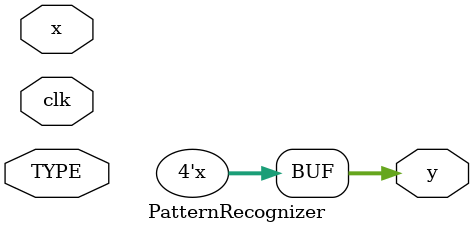
<source format=v>
`timescale 1ns / 1ps

module PatternRecognizer(
	input clk,
	input x,
	input TYPE,
	output reg [3:0] y
);

parameter
	S0 = 3'd0,
	S1A = 3'd1, S2A = 3'd2, S3A = 3'd3, S4A = 3'd4,
	S1B = 3'd5, S2B = 3'd6, S3B = 3'd7;

reg [3:0] state = S0, next;
initial y = 4'd0;

always @ (state, x) begin
	case (state)
	S0:  next <= !x ? S1A : S1B;
	S1A: next <=  x ? S2A : S1A;
	S2A: next <= !x ? S3A : S1B;
	S3A: next <=  x ? S4A : S1A;
	S4A: next <= !x ? S3A : S1B;
	S1B: next <= !x ? S2B : S1B;
	S2B: next <=  x ? S3B : S1A;
	S3B: next <= !x ? S3A : S1B;
	endcase
end

always @ (negedge clk) state <= next;

always @ (state) begin
	if (state == S4A || (!TYPE && state == S3B))
		y <= y+1;
end

endmodule

</source>
